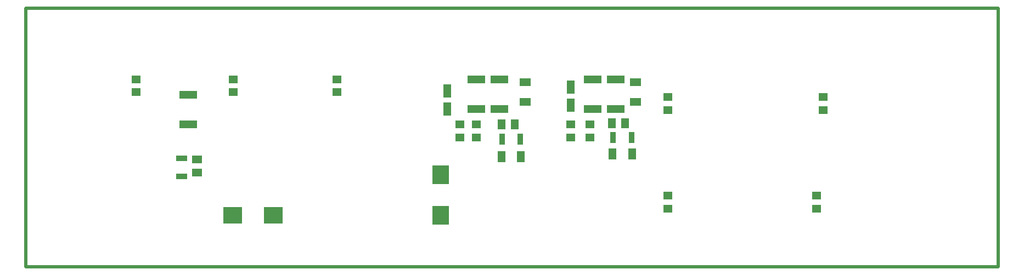
<source format=gtp>
G04*
G04 #@! TF.GenerationSoftware,Altium Limited,Altium Designer,21.7.1 (17)*
G04*
G04 Layer_Color=8421504*
%FSLAX25Y25*%
%MOIN*%
G70*
G04*
G04 #@! TF.SameCoordinates,69AEE675-6442-4B96-895B-D7522D75E31D*
G04*
G04*
G04 #@! TF.FilePolarity,Positive*
G04*
G01*
G75*
%ADD11C,0.01968*%
%ADD18R,0.04528X0.07087*%
%ADD19R,0.05709X0.04724*%
%ADD20R,0.03740X0.06693*%
%ADD21R,0.10827X0.05034*%
%ADD22R,0.05118X0.06102*%
%ADD23R,0.04724X0.07874*%
%ADD24R,0.07087X0.04528*%
%ADD25R,0.11614X0.10039*%
%ADD26R,0.06102X0.05118*%
%ADD27R,0.06693X0.03740*%
%ADD28R,0.10039X0.11614*%
D11*
X0Y0D02*
X590551Y0D01*
X0Y-157480D02*
Y0D01*
X590551Y-157480D02*
Y0D01*
X0Y-157480D02*
X590551Y-157480D01*
D18*
X288798Y-90391D02*
D03*
X300609D02*
D03*
X368110Y-88631D02*
D03*
X356299D02*
D03*
D19*
X273465Y-70866D02*
D03*
Y-78740D02*
D03*
X263465Y-70866D02*
D03*
Y-78740D02*
D03*
X342520D02*
D03*
Y-70866D02*
D03*
X330709Y-78740D02*
D03*
Y-70866D02*
D03*
X484252Y-54257D02*
D03*
Y-62131D02*
D03*
X389764Y-114173D02*
D03*
Y-122047D02*
D03*
X480315Y-114173D02*
D03*
Y-122047D02*
D03*
X389764Y-54257D02*
D03*
Y-62131D02*
D03*
X66929Y-51181D02*
D03*
Y-43307D02*
D03*
X188976D02*
D03*
Y-51181D02*
D03*
X125984Y-43307D02*
D03*
Y-51181D02*
D03*
D20*
X289191Y-79884D02*
D03*
X300215D02*
D03*
X367717Y-78740D02*
D03*
X356693D02*
D03*
D21*
X287402Y-43307D02*
D03*
Y-61417D02*
D03*
X273465D02*
D03*
Y-43307D02*
D03*
X358268Y-61417D02*
D03*
Y-43307D02*
D03*
X344331Y-61417D02*
D03*
Y-43307D02*
D03*
X98425Y-52756D02*
D03*
Y-70866D02*
D03*
D22*
X296850D02*
D03*
X288976D02*
D03*
X356018Y-70005D02*
D03*
X363892D02*
D03*
D23*
X255906Y-50394D02*
D03*
Y-61417D02*
D03*
X330709Y-59055D02*
D03*
Y-48031D02*
D03*
D24*
X303150Y-45276D02*
D03*
Y-57087D02*
D03*
X370079Y-45276D02*
D03*
Y-57087D02*
D03*
D25*
X125492Y-125984D02*
D03*
X150098D02*
D03*
D26*
X103739Y-92252D02*
D03*
Y-100126D02*
D03*
D27*
X94488Y-102362D02*
D03*
Y-91339D02*
D03*
D28*
X251969Y-125984D02*
D03*
Y-101378D02*
D03*
M02*

</source>
